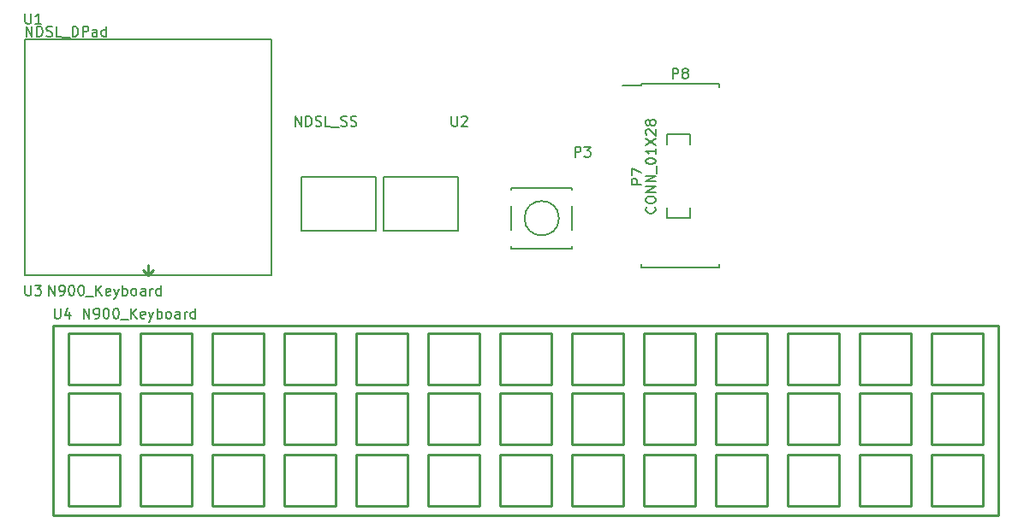
<source format=gbr>
G04 #@! TF.FileFunction,Legend,Top*
%FSLAX46Y46*%
G04 Gerber Fmt 4.6, Leading zero omitted, Abs format (unit mm)*
G04 Created by KiCad (PCBNEW 4.0.5+dfsg1-4) date Thu Oct 18 11:42:42 2018*
%MOMM*%
%LPD*%
G01*
G04 APERTURE LIST*
%ADD10C,0.100000*%
%ADD11C,0.250000*%
%ADD12C,0.150000*%
G04 APERTURE END LIST*
D10*
D11*
X68580000Y-130556000D02*
X68580000Y-131572000D01*
X68580000Y-131572000D02*
X69088000Y-131064000D01*
X69088000Y-131064000D02*
X68580000Y-131572000D01*
X68580000Y-131572000D02*
X68072000Y-131064000D01*
D12*
X56388000Y-108204000D02*
X80772000Y-108204000D01*
X80772000Y-108204000D02*
X80772000Y-131572000D01*
X80772000Y-131572000D02*
X56388000Y-131572000D01*
X56388000Y-108204000D02*
X56388000Y-131572000D01*
X91059000Y-121793000D02*
X91059000Y-127127000D01*
X83693000Y-121793000D02*
X91059000Y-121793000D01*
X83693000Y-127127000D02*
X83693000Y-121793000D01*
X91059000Y-127127000D02*
X83693000Y-127127000D01*
X99187000Y-127127000D02*
X91821000Y-127127000D01*
X91821000Y-127127000D02*
X91821000Y-121793000D01*
X91821000Y-121793000D02*
X99187000Y-121793000D01*
X99187000Y-121793000D02*
X99187000Y-127127000D01*
X110470000Y-122902000D02*
X110470000Y-123102000D01*
X110470000Y-128902000D02*
X110470000Y-128702000D01*
X104470000Y-128902000D02*
X104470000Y-128702000D01*
X104470000Y-122902000D02*
X104470000Y-123102000D01*
X104470000Y-124702000D02*
X104470000Y-127102000D01*
X110470000Y-124702000D02*
X110470000Y-127102000D01*
X110470000Y-122902000D02*
X104470000Y-122902000D01*
X104470000Y-128902000D02*
X110470000Y-128902000D01*
X109170000Y-125902000D02*
G75*
G03X109170000Y-125902000I-1700000J0D01*
G01*
X117283000Y-112541000D02*
X117283000Y-112791000D01*
X125033000Y-112541000D02*
X125033000Y-112886000D01*
X125033000Y-130791000D02*
X125033000Y-130446000D01*
X117283000Y-130791000D02*
X117283000Y-130446000D01*
X117283000Y-112541000D02*
X125033000Y-112541000D01*
X117283000Y-130791000D02*
X125033000Y-130791000D01*
X117283000Y-112791000D02*
X115458000Y-112791000D01*
X119888000Y-118618000D02*
X119888000Y-117602000D01*
X119888000Y-117602000D02*
X122174000Y-117602000D01*
X122174000Y-117602000D02*
X122174000Y-118618000D01*
X119888000Y-124841000D02*
X119888000Y-125857000D01*
X119888000Y-125857000D02*
X122174000Y-125857000D01*
X122174000Y-125857000D02*
X122174000Y-124841000D01*
D11*
X59182000Y-136525000D02*
X59182000Y-155321000D01*
X59182000Y-155321000D02*
X152654000Y-155321000D01*
X152654000Y-155321000D02*
X152654000Y-136525000D01*
X152654000Y-136525000D02*
X59182000Y-136525000D01*
X117602000Y-149352000D02*
X122682000Y-149352000D01*
X117602000Y-154432000D02*
X117602000Y-149352000D01*
X122682000Y-154432000D02*
X122682000Y-149352000D01*
X117602000Y-154432000D02*
X122682000Y-154432000D01*
X146050000Y-154432000D02*
X151130000Y-154432000D01*
X151130000Y-154432000D02*
X151130000Y-149352000D01*
X146050000Y-154432000D02*
X146050000Y-149352000D01*
X146050000Y-149352000D02*
X151130000Y-149352000D01*
X131826000Y-154432000D02*
X136906000Y-154432000D01*
X136906000Y-154432000D02*
X136906000Y-149352000D01*
X131826000Y-154432000D02*
X131826000Y-149352000D01*
X131826000Y-149352000D02*
X136906000Y-149352000D01*
X138938000Y-149352000D02*
X144018000Y-149352000D01*
X138938000Y-154432000D02*
X138938000Y-149352000D01*
X144018000Y-154432000D02*
X144018000Y-149352000D01*
X138938000Y-154432000D02*
X144018000Y-154432000D01*
X124714000Y-154432000D02*
X129794000Y-154432000D01*
X129794000Y-154432000D02*
X129794000Y-149352000D01*
X124714000Y-154432000D02*
X124714000Y-149352000D01*
X124714000Y-149352000D02*
X129794000Y-149352000D01*
X89154000Y-149352000D02*
X94234000Y-149352000D01*
X89154000Y-154432000D02*
X89154000Y-149352000D01*
X94234000Y-154432000D02*
X94234000Y-149352000D01*
X89154000Y-154432000D02*
X94234000Y-154432000D01*
X103378000Y-154432000D02*
X108458000Y-154432000D01*
X108458000Y-154432000D02*
X108458000Y-149352000D01*
X103378000Y-154432000D02*
X103378000Y-149352000D01*
X103378000Y-149352000D02*
X108458000Y-149352000D01*
X96266000Y-149352000D02*
X101346000Y-149352000D01*
X96266000Y-154432000D02*
X96266000Y-149352000D01*
X101346000Y-154432000D02*
X101346000Y-149352000D01*
X96266000Y-154432000D02*
X101346000Y-154432000D01*
X110490000Y-149352000D02*
X115570000Y-149352000D01*
X110490000Y-154432000D02*
X110490000Y-149352000D01*
X115570000Y-154432000D02*
X115570000Y-149352000D01*
X110490000Y-154432000D02*
X115570000Y-154432000D01*
X82042000Y-154432000D02*
X87122000Y-154432000D01*
X87122000Y-154432000D02*
X87122000Y-149352000D01*
X82042000Y-154432000D02*
X82042000Y-149352000D01*
X82042000Y-149352000D02*
X87122000Y-149352000D01*
X67818000Y-154432000D02*
X72898000Y-154432000D01*
X72898000Y-154432000D02*
X72898000Y-149352000D01*
X67818000Y-154432000D02*
X67818000Y-149352000D01*
X67818000Y-149352000D02*
X72898000Y-149352000D01*
X74930000Y-149352000D02*
X80010000Y-149352000D01*
X74930000Y-154432000D02*
X74930000Y-149352000D01*
X80010000Y-154432000D02*
X80010000Y-149352000D01*
X74930000Y-154432000D02*
X80010000Y-154432000D01*
X60706000Y-154432000D02*
X65786000Y-154432000D01*
X65786000Y-154432000D02*
X65786000Y-149352000D01*
X60706000Y-154432000D02*
X60706000Y-149352000D01*
X60706000Y-149352000D02*
X65786000Y-149352000D01*
X60706000Y-143256000D02*
X65786000Y-143256000D01*
X60706000Y-148336000D02*
X60706000Y-143256000D01*
X65786000Y-148336000D02*
X65786000Y-143256000D01*
X60706000Y-148336000D02*
X65786000Y-148336000D01*
X74930000Y-148336000D02*
X80010000Y-148336000D01*
X80010000Y-148336000D02*
X80010000Y-143256000D01*
X74930000Y-148336000D02*
X74930000Y-143256000D01*
X74930000Y-143256000D02*
X80010000Y-143256000D01*
X67818000Y-143256000D02*
X72898000Y-143256000D01*
X67818000Y-148336000D02*
X67818000Y-143256000D01*
X72898000Y-148336000D02*
X72898000Y-143256000D01*
X67818000Y-148336000D02*
X72898000Y-148336000D01*
X82042000Y-143256000D02*
X87122000Y-143256000D01*
X82042000Y-148336000D02*
X82042000Y-143256000D01*
X87122000Y-148336000D02*
X87122000Y-143256000D01*
X82042000Y-148336000D02*
X87122000Y-148336000D01*
X110490000Y-148336000D02*
X115570000Y-148336000D01*
X115570000Y-148336000D02*
X115570000Y-143256000D01*
X110490000Y-148336000D02*
X110490000Y-143256000D01*
X110490000Y-143256000D02*
X115570000Y-143256000D01*
X96266000Y-148336000D02*
X101346000Y-148336000D01*
X101346000Y-148336000D02*
X101346000Y-143256000D01*
X96266000Y-148336000D02*
X96266000Y-143256000D01*
X96266000Y-143256000D02*
X101346000Y-143256000D01*
X103378000Y-143256000D02*
X108458000Y-143256000D01*
X103378000Y-148336000D02*
X103378000Y-143256000D01*
X108458000Y-148336000D02*
X108458000Y-143256000D01*
X103378000Y-148336000D02*
X108458000Y-148336000D01*
X89154000Y-148336000D02*
X94234000Y-148336000D01*
X94234000Y-148336000D02*
X94234000Y-143256000D01*
X89154000Y-148336000D02*
X89154000Y-143256000D01*
X89154000Y-143256000D02*
X94234000Y-143256000D01*
X124714000Y-143256000D02*
X129794000Y-143256000D01*
X124714000Y-148336000D02*
X124714000Y-143256000D01*
X129794000Y-148336000D02*
X129794000Y-143256000D01*
X124714000Y-148336000D02*
X129794000Y-148336000D01*
X138938000Y-148336000D02*
X144018000Y-148336000D01*
X144018000Y-148336000D02*
X144018000Y-143256000D01*
X138938000Y-148336000D02*
X138938000Y-143256000D01*
X138938000Y-143256000D02*
X144018000Y-143256000D01*
X131826000Y-143256000D02*
X136906000Y-143256000D01*
X131826000Y-148336000D02*
X131826000Y-143256000D01*
X136906000Y-148336000D02*
X136906000Y-143256000D01*
X131826000Y-148336000D02*
X136906000Y-148336000D01*
X146050000Y-143256000D02*
X151130000Y-143256000D01*
X146050000Y-148336000D02*
X146050000Y-143256000D01*
X151130000Y-148336000D02*
X151130000Y-143256000D01*
X146050000Y-148336000D02*
X151130000Y-148336000D01*
X117602000Y-148336000D02*
X122682000Y-148336000D01*
X122682000Y-148336000D02*
X122682000Y-143256000D01*
X117602000Y-148336000D02*
X117602000Y-143256000D01*
X117602000Y-143256000D02*
X122682000Y-143256000D01*
X117602000Y-137287000D02*
X122682000Y-137287000D01*
X117602000Y-142367000D02*
X117602000Y-137287000D01*
X122682000Y-142367000D02*
X122682000Y-137287000D01*
X117602000Y-142367000D02*
X122682000Y-142367000D01*
X146050000Y-142367000D02*
X151130000Y-142367000D01*
X151130000Y-142367000D02*
X151130000Y-137287000D01*
X146050000Y-142367000D02*
X146050000Y-137287000D01*
X146050000Y-137287000D02*
X151130000Y-137287000D01*
X131826000Y-142367000D02*
X136906000Y-142367000D01*
X136906000Y-142367000D02*
X136906000Y-137287000D01*
X131826000Y-142367000D02*
X131826000Y-137287000D01*
X131826000Y-137287000D02*
X136906000Y-137287000D01*
X138938000Y-137287000D02*
X144018000Y-137287000D01*
X138938000Y-142367000D02*
X138938000Y-137287000D01*
X144018000Y-142367000D02*
X144018000Y-137287000D01*
X138938000Y-142367000D02*
X144018000Y-142367000D01*
X124714000Y-142367000D02*
X129794000Y-142367000D01*
X129794000Y-142367000D02*
X129794000Y-137287000D01*
X124714000Y-142367000D02*
X124714000Y-137287000D01*
X124714000Y-137287000D02*
X129794000Y-137287000D01*
X89154000Y-137287000D02*
X94234000Y-137287000D01*
X89154000Y-142367000D02*
X89154000Y-137287000D01*
X94234000Y-142367000D02*
X94234000Y-137287000D01*
X89154000Y-142367000D02*
X94234000Y-142367000D01*
X103378000Y-142367000D02*
X108458000Y-142367000D01*
X108458000Y-142367000D02*
X108458000Y-137287000D01*
X103378000Y-142367000D02*
X103378000Y-137287000D01*
X103378000Y-137287000D02*
X108458000Y-137287000D01*
X96266000Y-137287000D02*
X101346000Y-137287000D01*
X96266000Y-142367000D02*
X96266000Y-137287000D01*
X101346000Y-142367000D02*
X101346000Y-137287000D01*
X96266000Y-142367000D02*
X101346000Y-142367000D01*
X110490000Y-137287000D02*
X115570000Y-137287000D01*
X110490000Y-142367000D02*
X110490000Y-137287000D01*
X115570000Y-142367000D02*
X115570000Y-137287000D01*
X110490000Y-142367000D02*
X115570000Y-142367000D01*
X82042000Y-142367000D02*
X87122000Y-142367000D01*
X87122000Y-142367000D02*
X87122000Y-137287000D01*
X82042000Y-142367000D02*
X82042000Y-137287000D01*
X82042000Y-137287000D02*
X87122000Y-137287000D01*
X67818000Y-142367000D02*
X72898000Y-142367000D01*
X72898000Y-142367000D02*
X72898000Y-137287000D01*
X67818000Y-142367000D02*
X67818000Y-137287000D01*
X67818000Y-137287000D02*
X72898000Y-137287000D01*
X74930000Y-137287000D02*
X80010000Y-137287000D01*
X74930000Y-142367000D02*
X74930000Y-137287000D01*
X80010000Y-142367000D02*
X80010000Y-137287000D01*
X74930000Y-142367000D02*
X80010000Y-142367000D01*
X60706000Y-142367000D02*
X65786000Y-142367000D01*
X65786000Y-142367000D02*
X65786000Y-137287000D01*
X60706000Y-142367000D02*
X60706000Y-137287000D01*
X60706000Y-137287000D02*
X65786000Y-137287000D01*
X59182000Y-136525000D02*
X59182000Y-155321000D01*
X59182000Y-155321000D02*
X152654000Y-155321000D01*
X152654000Y-155321000D02*
X152654000Y-136525000D01*
X152654000Y-136525000D02*
X59182000Y-136525000D01*
X117602000Y-149352000D02*
X122682000Y-149352000D01*
X117602000Y-154432000D02*
X117602000Y-149352000D01*
X122682000Y-154432000D02*
X122682000Y-149352000D01*
X117602000Y-154432000D02*
X122682000Y-154432000D01*
X146050000Y-154432000D02*
X151130000Y-154432000D01*
X151130000Y-154432000D02*
X151130000Y-149352000D01*
X146050000Y-154432000D02*
X146050000Y-149352000D01*
X146050000Y-149352000D02*
X151130000Y-149352000D01*
X131826000Y-154432000D02*
X136906000Y-154432000D01*
X136906000Y-154432000D02*
X136906000Y-149352000D01*
X131826000Y-154432000D02*
X131826000Y-149352000D01*
X131826000Y-149352000D02*
X136906000Y-149352000D01*
X138938000Y-149352000D02*
X144018000Y-149352000D01*
X138938000Y-154432000D02*
X138938000Y-149352000D01*
X144018000Y-154432000D02*
X144018000Y-149352000D01*
X138938000Y-154432000D02*
X144018000Y-154432000D01*
X124714000Y-154432000D02*
X129794000Y-154432000D01*
X129794000Y-154432000D02*
X129794000Y-149352000D01*
X124714000Y-154432000D02*
X124714000Y-149352000D01*
X124714000Y-149352000D02*
X129794000Y-149352000D01*
X89154000Y-149352000D02*
X94234000Y-149352000D01*
X89154000Y-154432000D02*
X89154000Y-149352000D01*
X94234000Y-154432000D02*
X94234000Y-149352000D01*
X89154000Y-154432000D02*
X94234000Y-154432000D01*
X103378000Y-154432000D02*
X108458000Y-154432000D01*
X108458000Y-154432000D02*
X108458000Y-149352000D01*
X103378000Y-154432000D02*
X103378000Y-149352000D01*
X103378000Y-149352000D02*
X108458000Y-149352000D01*
X96266000Y-149352000D02*
X101346000Y-149352000D01*
X96266000Y-154432000D02*
X96266000Y-149352000D01*
X101346000Y-154432000D02*
X101346000Y-149352000D01*
X96266000Y-154432000D02*
X101346000Y-154432000D01*
X110490000Y-149352000D02*
X115570000Y-149352000D01*
X110490000Y-154432000D02*
X110490000Y-149352000D01*
X115570000Y-154432000D02*
X115570000Y-149352000D01*
X110490000Y-154432000D02*
X115570000Y-154432000D01*
X82042000Y-154432000D02*
X87122000Y-154432000D01*
X87122000Y-154432000D02*
X87122000Y-149352000D01*
X82042000Y-154432000D02*
X82042000Y-149352000D01*
X82042000Y-149352000D02*
X87122000Y-149352000D01*
X67818000Y-154432000D02*
X72898000Y-154432000D01*
X72898000Y-154432000D02*
X72898000Y-149352000D01*
X67818000Y-154432000D02*
X67818000Y-149352000D01*
X67818000Y-149352000D02*
X72898000Y-149352000D01*
X74930000Y-149352000D02*
X80010000Y-149352000D01*
X74930000Y-154432000D02*
X74930000Y-149352000D01*
X80010000Y-154432000D02*
X80010000Y-149352000D01*
X74930000Y-154432000D02*
X80010000Y-154432000D01*
X60706000Y-154432000D02*
X65786000Y-154432000D01*
X65786000Y-154432000D02*
X65786000Y-149352000D01*
X60706000Y-154432000D02*
X60706000Y-149352000D01*
X60706000Y-149352000D02*
X65786000Y-149352000D01*
X60706000Y-143256000D02*
X65786000Y-143256000D01*
X60706000Y-148336000D02*
X60706000Y-143256000D01*
X65786000Y-148336000D02*
X65786000Y-143256000D01*
X60706000Y-148336000D02*
X65786000Y-148336000D01*
X74930000Y-148336000D02*
X80010000Y-148336000D01*
X80010000Y-148336000D02*
X80010000Y-143256000D01*
X74930000Y-148336000D02*
X74930000Y-143256000D01*
X74930000Y-143256000D02*
X80010000Y-143256000D01*
X67818000Y-143256000D02*
X72898000Y-143256000D01*
X67818000Y-148336000D02*
X67818000Y-143256000D01*
X72898000Y-148336000D02*
X72898000Y-143256000D01*
X67818000Y-148336000D02*
X72898000Y-148336000D01*
X82042000Y-143256000D02*
X87122000Y-143256000D01*
X82042000Y-148336000D02*
X82042000Y-143256000D01*
X87122000Y-148336000D02*
X87122000Y-143256000D01*
X82042000Y-148336000D02*
X87122000Y-148336000D01*
X110490000Y-148336000D02*
X115570000Y-148336000D01*
X115570000Y-148336000D02*
X115570000Y-143256000D01*
X110490000Y-148336000D02*
X110490000Y-143256000D01*
X110490000Y-143256000D02*
X115570000Y-143256000D01*
X96266000Y-148336000D02*
X101346000Y-148336000D01*
X101346000Y-148336000D02*
X101346000Y-143256000D01*
X96266000Y-148336000D02*
X96266000Y-143256000D01*
X96266000Y-143256000D02*
X101346000Y-143256000D01*
X103378000Y-143256000D02*
X108458000Y-143256000D01*
X103378000Y-148336000D02*
X103378000Y-143256000D01*
X108458000Y-148336000D02*
X108458000Y-143256000D01*
X103378000Y-148336000D02*
X108458000Y-148336000D01*
X89154000Y-148336000D02*
X94234000Y-148336000D01*
X94234000Y-148336000D02*
X94234000Y-143256000D01*
X89154000Y-148336000D02*
X89154000Y-143256000D01*
X89154000Y-143256000D02*
X94234000Y-143256000D01*
X124714000Y-143256000D02*
X129794000Y-143256000D01*
X124714000Y-148336000D02*
X124714000Y-143256000D01*
X129794000Y-148336000D02*
X129794000Y-143256000D01*
X124714000Y-148336000D02*
X129794000Y-148336000D01*
X138938000Y-148336000D02*
X144018000Y-148336000D01*
X144018000Y-148336000D02*
X144018000Y-143256000D01*
X138938000Y-148336000D02*
X138938000Y-143256000D01*
X138938000Y-143256000D02*
X144018000Y-143256000D01*
X131826000Y-143256000D02*
X136906000Y-143256000D01*
X131826000Y-148336000D02*
X131826000Y-143256000D01*
X136906000Y-148336000D02*
X136906000Y-143256000D01*
X131826000Y-148336000D02*
X136906000Y-148336000D01*
X146050000Y-143256000D02*
X151130000Y-143256000D01*
X146050000Y-148336000D02*
X146050000Y-143256000D01*
X151130000Y-148336000D02*
X151130000Y-143256000D01*
X146050000Y-148336000D02*
X151130000Y-148336000D01*
X117602000Y-148336000D02*
X122682000Y-148336000D01*
X122682000Y-148336000D02*
X122682000Y-143256000D01*
X117602000Y-148336000D02*
X117602000Y-143256000D01*
X117602000Y-143256000D02*
X122682000Y-143256000D01*
X117602000Y-137287000D02*
X122682000Y-137287000D01*
X117602000Y-142367000D02*
X117602000Y-137287000D01*
X122682000Y-142367000D02*
X122682000Y-137287000D01*
X117602000Y-142367000D02*
X122682000Y-142367000D01*
X146050000Y-142367000D02*
X151130000Y-142367000D01*
X151130000Y-142367000D02*
X151130000Y-137287000D01*
X146050000Y-142367000D02*
X146050000Y-137287000D01*
X146050000Y-137287000D02*
X151130000Y-137287000D01*
X131826000Y-142367000D02*
X136906000Y-142367000D01*
X136906000Y-142367000D02*
X136906000Y-137287000D01*
X131826000Y-142367000D02*
X131826000Y-137287000D01*
X131826000Y-137287000D02*
X136906000Y-137287000D01*
X138938000Y-137287000D02*
X144018000Y-137287000D01*
X138938000Y-142367000D02*
X138938000Y-137287000D01*
X144018000Y-142367000D02*
X144018000Y-137287000D01*
X138938000Y-142367000D02*
X144018000Y-142367000D01*
X124714000Y-142367000D02*
X129794000Y-142367000D01*
X129794000Y-142367000D02*
X129794000Y-137287000D01*
X124714000Y-142367000D02*
X124714000Y-137287000D01*
X124714000Y-137287000D02*
X129794000Y-137287000D01*
X89154000Y-137287000D02*
X94234000Y-137287000D01*
X89154000Y-142367000D02*
X89154000Y-137287000D01*
X94234000Y-142367000D02*
X94234000Y-137287000D01*
X89154000Y-142367000D02*
X94234000Y-142367000D01*
X103378000Y-142367000D02*
X108458000Y-142367000D01*
X108458000Y-142367000D02*
X108458000Y-137287000D01*
X103378000Y-142367000D02*
X103378000Y-137287000D01*
X103378000Y-137287000D02*
X108458000Y-137287000D01*
X96266000Y-137287000D02*
X101346000Y-137287000D01*
X96266000Y-142367000D02*
X96266000Y-137287000D01*
X101346000Y-142367000D02*
X101346000Y-137287000D01*
X96266000Y-142367000D02*
X101346000Y-142367000D01*
X110490000Y-137287000D02*
X115570000Y-137287000D01*
X110490000Y-142367000D02*
X110490000Y-137287000D01*
X115570000Y-142367000D02*
X115570000Y-137287000D01*
X110490000Y-142367000D02*
X115570000Y-142367000D01*
X82042000Y-142367000D02*
X87122000Y-142367000D01*
X87122000Y-142367000D02*
X87122000Y-137287000D01*
X82042000Y-142367000D02*
X82042000Y-137287000D01*
X82042000Y-137287000D02*
X87122000Y-137287000D01*
X67818000Y-142367000D02*
X72898000Y-142367000D01*
X72898000Y-142367000D02*
X72898000Y-137287000D01*
X67818000Y-142367000D02*
X67818000Y-137287000D01*
X67818000Y-137287000D02*
X72898000Y-137287000D01*
X74930000Y-137287000D02*
X80010000Y-137287000D01*
X74930000Y-142367000D02*
X74930000Y-137287000D01*
X80010000Y-142367000D02*
X80010000Y-137287000D01*
X74930000Y-142367000D02*
X80010000Y-142367000D01*
X60706000Y-142367000D02*
X65786000Y-142367000D01*
X65786000Y-142367000D02*
X65786000Y-137287000D01*
X60706000Y-142367000D02*
X60706000Y-137287000D01*
X60706000Y-137287000D02*
X65786000Y-137287000D01*
D12*
X56388095Y-105624381D02*
X56388095Y-106433905D01*
X56435714Y-106529143D01*
X56483333Y-106576762D01*
X56578571Y-106624381D01*
X56769048Y-106624381D01*
X56864286Y-106576762D01*
X56911905Y-106529143D01*
X56959524Y-106433905D01*
X56959524Y-105624381D01*
X57959524Y-106624381D02*
X57388095Y-106624381D01*
X57673809Y-106624381D02*
X57673809Y-105624381D01*
X57578571Y-105767238D01*
X57483333Y-105862476D01*
X57388095Y-105910095D01*
X56499619Y-107894381D02*
X56499619Y-106894381D01*
X57071048Y-107894381D01*
X57071048Y-106894381D01*
X57547238Y-107894381D02*
X57547238Y-106894381D01*
X57785333Y-106894381D01*
X57928191Y-106942000D01*
X58023429Y-107037238D01*
X58071048Y-107132476D01*
X58118667Y-107322952D01*
X58118667Y-107465810D01*
X58071048Y-107656286D01*
X58023429Y-107751524D01*
X57928191Y-107846762D01*
X57785333Y-107894381D01*
X57547238Y-107894381D01*
X58499619Y-107846762D02*
X58642476Y-107894381D01*
X58880572Y-107894381D01*
X58975810Y-107846762D01*
X59023429Y-107799143D01*
X59071048Y-107703905D01*
X59071048Y-107608667D01*
X59023429Y-107513429D01*
X58975810Y-107465810D01*
X58880572Y-107418190D01*
X58690095Y-107370571D01*
X58594857Y-107322952D01*
X58547238Y-107275333D01*
X58499619Y-107180095D01*
X58499619Y-107084857D01*
X58547238Y-106989619D01*
X58594857Y-106942000D01*
X58690095Y-106894381D01*
X58928191Y-106894381D01*
X59071048Y-106942000D01*
X59975810Y-107894381D02*
X59499619Y-107894381D01*
X59499619Y-106894381D01*
X60071048Y-107989619D02*
X60832953Y-107989619D01*
X61071048Y-107894381D02*
X61071048Y-106894381D01*
X61309143Y-106894381D01*
X61452001Y-106942000D01*
X61547239Y-107037238D01*
X61594858Y-107132476D01*
X61642477Y-107322952D01*
X61642477Y-107465810D01*
X61594858Y-107656286D01*
X61547239Y-107751524D01*
X61452001Y-107846762D01*
X61309143Y-107894381D01*
X61071048Y-107894381D01*
X62071048Y-107894381D02*
X62071048Y-106894381D01*
X62452001Y-106894381D01*
X62547239Y-106942000D01*
X62594858Y-106989619D01*
X62642477Y-107084857D01*
X62642477Y-107227714D01*
X62594858Y-107322952D01*
X62547239Y-107370571D01*
X62452001Y-107418190D01*
X62071048Y-107418190D01*
X63499620Y-107894381D02*
X63499620Y-107370571D01*
X63452001Y-107275333D01*
X63356763Y-107227714D01*
X63166286Y-107227714D01*
X63071048Y-107275333D01*
X63499620Y-107846762D02*
X63404382Y-107894381D01*
X63166286Y-107894381D01*
X63071048Y-107846762D01*
X63023429Y-107751524D01*
X63023429Y-107656286D01*
X63071048Y-107561048D01*
X63166286Y-107513429D01*
X63404382Y-107513429D01*
X63499620Y-107465810D01*
X64404382Y-107894381D02*
X64404382Y-106894381D01*
X64404382Y-107846762D02*
X64309144Y-107894381D01*
X64118667Y-107894381D01*
X64023429Y-107846762D01*
X63975810Y-107799143D01*
X63928191Y-107703905D01*
X63928191Y-107418190D01*
X63975810Y-107322952D01*
X64023429Y-107275333D01*
X64118667Y-107227714D01*
X64309144Y-107227714D01*
X64404382Y-107275333D01*
X98552095Y-115784381D02*
X98552095Y-116593905D01*
X98599714Y-116689143D01*
X98647333Y-116736762D01*
X98742571Y-116784381D01*
X98933048Y-116784381D01*
X99028286Y-116736762D01*
X99075905Y-116689143D01*
X99123524Y-116593905D01*
X99123524Y-115784381D01*
X99552095Y-115879619D02*
X99599714Y-115832000D01*
X99694952Y-115784381D01*
X99933048Y-115784381D01*
X100028286Y-115832000D01*
X100075905Y-115879619D01*
X100123524Y-115974857D01*
X100123524Y-116070095D01*
X100075905Y-116212952D01*
X99504476Y-116784381D01*
X100123524Y-116784381D01*
X83106000Y-116784381D02*
X83106000Y-115784381D01*
X83677429Y-116784381D01*
X83677429Y-115784381D01*
X84153619Y-116784381D02*
X84153619Y-115784381D01*
X84391714Y-115784381D01*
X84534572Y-115832000D01*
X84629810Y-115927238D01*
X84677429Y-116022476D01*
X84725048Y-116212952D01*
X84725048Y-116355810D01*
X84677429Y-116546286D01*
X84629810Y-116641524D01*
X84534572Y-116736762D01*
X84391714Y-116784381D01*
X84153619Y-116784381D01*
X85106000Y-116736762D02*
X85248857Y-116784381D01*
X85486953Y-116784381D01*
X85582191Y-116736762D01*
X85629810Y-116689143D01*
X85677429Y-116593905D01*
X85677429Y-116498667D01*
X85629810Y-116403429D01*
X85582191Y-116355810D01*
X85486953Y-116308190D01*
X85296476Y-116260571D01*
X85201238Y-116212952D01*
X85153619Y-116165333D01*
X85106000Y-116070095D01*
X85106000Y-115974857D01*
X85153619Y-115879619D01*
X85201238Y-115832000D01*
X85296476Y-115784381D01*
X85534572Y-115784381D01*
X85677429Y-115832000D01*
X86582191Y-116784381D02*
X86106000Y-116784381D01*
X86106000Y-115784381D01*
X86677429Y-116879619D02*
X87439334Y-116879619D01*
X87629810Y-116736762D02*
X87772667Y-116784381D01*
X88010763Y-116784381D01*
X88106001Y-116736762D01*
X88153620Y-116689143D01*
X88201239Y-116593905D01*
X88201239Y-116498667D01*
X88153620Y-116403429D01*
X88106001Y-116355810D01*
X88010763Y-116308190D01*
X87820286Y-116260571D01*
X87725048Y-116212952D01*
X87677429Y-116165333D01*
X87629810Y-116070095D01*
X87629810Y-115974857D01*
X87677429Y-115879619D01*
X87725048Y-115832000D01*
X87820286Y-115784381D01*
X88058382Y-115784381D01*
X88201239Y-115832000D01*
X88582191Y-116736762D02*
X88725048Y-116784381D01*
X88963144Y-116784381D01*
X89058382Y-116736762D01*
X89106001Y-116689143D01*
X89153620Y-116593905D01*
X89153620Y-116498667D01*
X89106001Y-116403429D01*
X89058382Y-116355810D01*
X88963144Y-116308190D01*
X88772667Y-116260571D01*
X88677429Y-116212952D01*
X88629810Y-116165333D01*
X88582191Y-116070095D01*
X88582191Y-115974857D01*
X88629810Y-115879619D01*
X88677429Y-115832000D01*
X88772667Y-115784381D01*
X89010763Y-115784381D01*
X89153620Y-115832000D01*
X110767905Y-119832381D02*
X110767905Y-118832381D01*
X111148858Y-118832381D01*
X111244096Y-118880000D01*
X111291715Y-118927619D01*
X111339334Y-119022857D01*
X111339334Y-119165714D01*
X111291715Y-119260952D01*
X111244096Y-119308571D01*
X111148858Y-119356190D01*
X110767905Y-119356190D01*
X111672667Y-118832381D02*
X112291715Y-118832381D01*
X111958381Y-119213333D01*
X112101239Y-119213333D01*
X112196477Y-119260952D01*
X112244096Y-119308571D01*
X112291715Y-119403810D01*
X112291715Y-119641905D01*
X112244096Y-119737143D01*
X112196477Y-119784762D01*
X112101239Y-119832381D01*
X111815524Y-119832381D01*
X111720286Y-119784762D01*
X111672667Y-119737143D01*
X120419905Y-112068381D02*
X120419905Y-111068381D01*
X120800858Y-111068381D01*
X120896096Y-111116000D01*
X120943715Y-111163619D01*
X120991334Y-111258857D01*
X120991334Y-111401714D01*
X120943715Y-111496952D01*
X120896096Y-111544571D01*
X120800858Y-111592190D01*
X120419905Y-111592190D01*
X121562762Y-111496952D02*
X121467524Y-111449333D01*
X121419905Y-111401714D01*
X121372286Y-111306476D01*
X121372286Y-111258857D01*
X121419905Y-111163619D01*
X121467524Y-111116000D01*
X121562762Y-111068381D01*
X121753239Y-111068381D01*
X121848477Y-111116000D01*
X121896096Y-111163619D01*
X121943715Y-111258857D01*
X121943715Y-111306476D01*
X121896096Y-111401714D01*
X121848477Y-111449333D01*
X121753239Y-111496952D01*
X121562762Y-111496952D01*
X121467524Y-111544571D01*
X121419905Y-111592190D01*
X121372286Y-111687429D01*
X121372286Y-111877905D01*
X121419905Y-111973143D01*
X121467524Y-112020762D01*
X121562762Y-112068381D01*
X121753239Y-112068381D01*
X121848477Y-112020762D01*
X121896096Y-111973143D01*
X121943715Y-111877905D01*
X121943715Y-111687429D01*
X121896096Y-111592190D01*
X121848477Y-111544571D01*
X121753239Y-111496952D01*
X117355881Y-122531095D02*
X116355881Y-122531095D01*
X116355881Y-122150142D01*
X116403500Y-122054904D01*
X116451119Y-122007285D01*
X116546357Y-121959666D01*
X116689214Y-121959666D01*
X116784452Y-122007285D01*
X116832071Y-122054904D01*
X116879690Y-122150142D01*
X116879690Y-122531095D01*
X116355881Y-121626333D02*
X116355881Y-120959666D01*
X117355881Y-121388238D01*
X118657643Y-124800809D02*
X118705262Y-124848428D01*
X118752881Y-124991285D01*
X118752881Y-125086523D01*
X118705262Y-125229381D01*
X118610024Y-125324619D01*
X118514786Y-125372238D01*
X118324310Y-125419857D01*
X118181452Y-125419857D01*
X117990976Y-125372238D01*
X117895738Y-125324619D01*
X117800500Y-125229381D01*
X117752881Y-125086523D01*
X117752881Y-124991285D01*
X117800500Y-124848428D01*
X117848119Y-124800809D01*
X117752881Y-124181762D02*
X117752881Y-123991285D01*
X117800500Y-123896047D01*
X117895738Y-123800809D01*
X118086214Y-123753190D01*
X118419548Y-123753190D01*
X118610024Y-123800809D01*
X118705262Y-123896047D01*
X118752881Y-123991285D01*
X118752881Y-124181762D01*
X118705262Y-124277000D01*
X118610024Y-124372238D01*
X118419548Y-124419857D01*
X118086214Y-124419857D01*
X117895738Y-124372238D01*
X117800500Y-124277000D01*
X117752881Y-124181762D01*
X118752881Y-123324619D02*
X117752881Y-123324619D01*
X118752881Y-122753190D01*
X117752881Y-122753190D01*
X118752881Y-122277000D02*
X117752881Y-122277000D01*
X118752881Y-121705571D01*
X117752881Y-121705571D01*
X118848119Y-121467476D02*
X118848119Y-120705571D01*
X117752881Y-120277000D02*
X117752881Y-120181761D01*
X117800500Y-120086523D01*
X117848119Y-120038904D01*
X117943357Y-119991285D01*
X118133833Y-119943666D01*
X118371929Y-119943666D01*
X118562405Y-119991285D01*
X118657643Y-120038904D01*
X118705262Y-120086523D01*
X118752881Y-120181761D01*
X118752881Y-120277000D01*
X118705262Y-120372238D01*
X118657643Y-120419857D01*
X118562405Y-120467476D01*
X118371929Y-120515095D01*
X118133833Y-120515095D01*
X117943357Y-120467476D01*
X117848119Y-120419857D01*
X117800500Y-120372238D01*
X117752881Y-120277000D01*
X118752881Y-118991285D02*
X118752881Y-119562714D01*
X118752881Y-119277000D02*
X117752881Y-119277000D01*
X117895738Y-119372238D01*
X117990976Y-119467476D01*
X118038595Y-119562714D01*
X117752881Y-118657952D02*
X118752881Y-117991285D01*
X117752881Y-117991285D02*
X118752881Y-118657952D01*
X117848119Y-117657952D02*
X117800500Y-117610333D01*
X117752881Y-117515095D01*
X117752881Y-117276999D01*
X117800500Y-117181761D01*
X117848119Y-117134142D01*
X117943357Y-117086523D01*
X118038595Y-117086523D01*
X118181452Y-117134142D01*
X118752881Y-117705571D01*
X118752881Y-117086523D01*
X118181452Y-116515095D02*
X118133833Y-116610333D01*
X118086214Y-116657952D01*
X117990976Y-116705571D01*
X117943357Y-116705571D01*
X117848119Y-116657952D01*
X117800500Y-116610333D01*
X117752881Y-116515095D01*
X117752881Y-116324618D01*
X117800500Y-116229380D01*
X117848119Y-116181761D01*
X117943357Y-116134142D01*
X117990976Y-116134142D01*
X118086214Y-116181761D01*
X118133833Y-116229380D01*
X118181452Y-116324618D01*
X118181452Y-116515095D01*
X118229071Y-116610333D01*
X118276690Y-116657952D01*
X118371929Y-116705571D01*
X118562405Y-116705571D01*
X118657643Y-116657952D01*
X118705262Y-116610333D01*
X118752881Y-116515095D01*
X118752881Y-116324618D01*
X118705262Y-116229380D01*
X118657643Y-116181761D01*
X118562405Y-116134142D01*
X118371929Y-116134142D01*
X118276690Y-116181761D01*
X118229071Y-116229380D01*
X118181452Y-116324618D01*
X56388095Y-132548381D02*
X56388095Y-133357905D01*
X56435714Y-133453143D01*
X56483333Y-133500762D01*
X56578571Y-133548381D01*
X56769048Y-133548381D01*
X56864286Y-133500762D01*
X56911905Y-133453143D01*
X56959524Y-133357905D01*
X56959524Y-132548381D01*
X57340476Y-132548381D02*
X57959524Y-132548381D01*
X57626190Y-132929333D01*
X57769048Y-132929333D01*
X57864286Y-132976952D01*
X57911905Y-133024571D01*
X57959524Y-133119810D01*
X57959524Y-133357905D01*
X57911905Y-133453143D01*
X57864286Y-133500762D01*
X57769048Y-133548381D01*
X57483333Y-133548381D01*
X57388095Y-133500762D01*
X57340476Y-133453143D01*
X58738190Y-133548381D02*
X58738190Y-132548381D01*
X59309619Y-133548381D01*
X59309619Y-132548381D01*
X59833428Y-133548381D02*
X60023904Y-133548381D01*
X60119143Y-133500762D01*
X60166762Y-133453143D01*
X60262000Y-133310286D01*
X60309619Y-133119810D01*
X60309619Y-132738857D01*
X60262000Y-132643619D01*
X60214381Y-132596000D01*
X60119143Y-132548381D01*
X59928666Y-132548381D01*
X59833428Y-132596000D01*
X59785809Y-132643619D01*
X59738190Y-132738857D01*
X59738190Y-132976952D01*
X59785809Y-133072190D01*
X59833428Y-133119810D01*
X59928666Y-133167429D01*
X60119143Y-133167429D01*
X60214381Y-133119810D01*
X60262000Y-133072190D01*
X60309619Y-132976952D01*
X60928666Y-132548381D02*
X61023905Y-132548381D01*
X61119143Y-132596000D01*
X61166762Y-132643619D01*
X61214381Y-132738857D01*
X61262000Y-132929333D01*
X61262000Y-133167429D01*
X61214381Y-133357905D01*
X61166762Y-133453143D01*
X61119143Y-133500762D01*
X61023905Y-133548381D01*
X60928666Y-133548381D01*
X60833428Y-133500762D01*
X60785809Y-133453143D01*
X60738190Y-133357905D01*
X60690571Y-133167429D01*
X60690571Y-132929333D01*
X60738190Y-132738857D01*
X60785809Y-132643619D01*
X60833428Y-132596000D01*
X60928666Y-132548381D01*
X61881047Y-132548381D02*
X61976286Y-132548381D01*
X62071524Y-132596000D01*
X62119143Y-132643619D01*
X62166762Y-132738857D01*
X62214381Y-132929333D01*
X62214381Y-133167429D01*
X62166762Y-133357905D01*
X62119143Y-133453143D01*
X62071524Y-133500762D01*
X61976286Y-133548381D01*
X61881047Y-133548381D01*
X61785809Y-133500762D01*
X61738190Y-133453143D01*
X61690571Y-133357905D01*
X61642952Y-133167429D01*
X61642952Y-132929333D01*
X61690571Y-132738857D01*
X61738190Y-132643619D01*
X61785809Y-132596000D01*
X61881047Y-132548381D01*
X62404857Y-133643619D02*
X63166762Y-133643619D01*
X63404857Y-133548381D02*
X63404857Y-132548381D01*
X63976286Y-133548381D02*
X63547714Y-132976952D01*
X63976286Y-132548381D02*
X63404857Y-133119810D01*
X64785810Y-133500762D02*
X64690572Y-133548381D01*
X64500095Y-133548381D01*
X64404857Y-133500762D01*
X64357238Y-133405524D01*
X64357238Y-133024571D01*
X64404857Y-132929333D01*
X64500095Y-132881714D01*
X64690572Y-132881714D01*
X64785810Y-132929333D01*
X64833429Y-133024571D01*
X64833429Y-133119810D01*
X64357238Y-133215048D01*
X65166762Y-132881714D02*
X65404857Y-133548381D01*
X65642953Y-132881714D02*
X65404857Y-133548381D01*
X65309619Y-133786476D01*
X65262000Y-133834095D01*
X65166762Y-133881714D01*
X66023905Y-133548381D02*
X66023905Y-132548381D01*
X66023905Y-132929333D02*
X66119143Y-132881714D01*
X66309620Y-132881714D01*
X66404858Y-132929333D01*
X66452477Y-132976952D01*
X66500096Y-133072190D01*
X66500096Y-133357905D01*
X66452477Y-133453143D01*
X66404858Y-133500762D01*
X66309620Y-133548381D01*
X66119143Y-133548381D01*
X66023905Y-133500762D01*
X67071524Y-133548381D02*
X66976286Y-133500762D01*
X66928667Y-133453143D01*
X66881048Y-133357905D01*
X66881048Y-133072190D01*
X66928667Y-132976952D01*
X66976286Y-132929333D01*
X67071524Y-132881714D01*
X67214382Y-132881714D01*
X67309620Y-132929333D01*
X67357239Y-132976952D01*
X67404858Y-133072190D01*
X67404858Y-133357905D01*
X67357239Y-133453143D01*
X67309620Y-133500762D01*
X67214382Y-133548381D01*
X67071524Y-133548381D01*
X68262001Y-133548381D02*
X68262001Y-133024571D01*
X68214382Y-132929333D01*
X68119144Y-132881714D01*
X67928667Y-132881714D01*
X67833429Y-132929333D01*
X68262001Y-133500762D02*
X68166763Y-133548381D01*
X67928667Y-133548381D01*
X67833429Y-133500762D01*
X67785810Y-133405524D01*
X67785810Y-133310286D01*
X67833429Y-133215048D01*
X67928667Y-133167429D01*
X68166763Y-133167429D01*
X68262001Y-133119810D01*
X68738191Y-133548381D02*
X68738191Y-132881714D01*
X68738191Y-133072190D02*
X68785810Y-132976952D01*
X68833429Y-132929333D01*
X68928667Y-132881714D01*
X69023906Y-132881714D01*
X69785811Y-133548381D02*
X69785811Y-132548381D01*
X69785811Y-133500762D02*
X69690573Y-133548381D01*
X69500096Y-133548381D01*
X69404858Y-133500762D01*
X69357239Y-133453143D01*
X69309620Y-133357905D01*
X69309620Y-133072190D01*
X69357239Y-132976952D01*
X69404858Y-132929333D01*
X69500096Y-132881714D01*
X69690573Y-132881714D01*
X69785811Y-132929333D01*
X59309095Y-134834381D02*
X59309095Y-135643905D01*
X59356714Y-135739143D01*
X59404333Y-135786762D01*
X59499571Y-135834381D01*
X59690048Y-135834381D01*
X59785286Y-135786762D01*
X59832905Y-135739143D01*
X59880524Y-135643905D01*
X59880524Y-134834381D01*
X60785286Y-135167714D02*
X60785286Y-135834381D01*
X60547190Y-134786762D02*
X60309095Y-135501048D01*
X60928143Y-135501048D01*
X62167190Y-135834381D02*
X62167190Y-134834381D01*
X62738619Y-135834381D01*
X62738619Y-134834381D01*
X63262428Y-135834381D02*
X63452904Y-135834381D01*
X63548143Y-135786762D01*
X63595762Y-135739143D01*
X63691000Y-135596286D01*
X63738619Y-135405810D01*
X63738619Y-135024857D01*
X63691000Y-134929619D01*
X63643381Y-134882000D01*
X63548143Y-134834381D01*
X63357666Y-134834381D01*
X63262428Y-134882000D01*
X63214809Y-134929619D01*
X63167190Y-135024857D01*
X63167190Y-135262952D01*
X63214809Y-135358190D01*
X63262428Y-135405810D01*
X63357666Y-135453429D01*
X63548143Y-135453429D01*
X63643381Y-135405810D01*
X63691000Y-135358190D01*
X63738619Y-135262952D01*
X64357666Y-134834381D02*
X64452905Y-134834381D01*
X64548143Y-134882000D01*
X64595762Y-134929619D01*
X64643381Y-135024857D01*
X64691000Y-135215333D01*
X64691000Y-135453429D01*
X64643381Y-135643905D01*
X64595762Y-135739143D01*
X64548143Y-135786762D01*
X64452905Y-135834381D01*
X64357666Y-135834381D01*
X64262428Y-135786762D01*
X64214809Y-135739143D01*
X64167190Y-135643905D01*
X64119571Y-135453429D01*
X64119571Y-135215333D01*
X64167190Y-135024857D01*
X64214809Y-134929619D01*
X64262428Y-134882000D01*
X64357666Y-134834381D01*
X65310047Y-134834381D02*
X65405286Y-134834381D01*
X65500524Y-134882000D01*
X65548143Y-134929619D01*
X65595762Y-135024857D01*
X65643381Y-135215333D01*
X65643381Y-135453429D01*
X65595762Y-135643905D01*
X65548143Y-135739143D01*
X65500524Y-135786762D01*
X65405286Y-135834381D01*
X65310047Y-135834381D01*
X65214809Y-135786762D01*
X65167190Y-135739143D01*
X65119571Y-135643905D01*
X65071952Y-135453429D01*
X65071952Y-135215333D01*
X65119571Y-135024857D01*
X65167190Y-134929619D01*
X65214809Y-134882000D01*
X65310047Y-134834381D01*
X65833857Y-135929619D02*
X66595762Y-135929619D01*
X66833857Y-135834381D02*
X66833857Y-134834381D01*
X67405286Y-135834381D02*
X66976714Y-135262952D01*
X67405286Y-134834381D02*
X66833857Y-135405810D01*
X68214810Y-135786762D02*
X68119572Y-135834381D01*
X67929095Y-135834381D01*
X67833857Y-135786762D01*
X67786238Y-135691524D01*
X67786238Y-135310571D01*
X67833857Y-135215333D01*
X67929095Y-135167714D01*
X68119572Y-135167714D01*
X68214810Y-135215333D01*
X68262429Y-135310571D01*
X68262429Y-135405810D01*
X67786238Y-135501048D01*
X68595762Y-135167714D02*
X68833857Y-135834381D01*
X69071953Y-135167714D02*
X68833857Y-135834381D01*
X68738619Y-136072476D01*
X68691000Y-136120095D01*
X68595762Y-136167714D01*
X69452905Y-135834381D02*
X69452905Y-134834381D01*
X69452905Y-135215333D02*
X69548143Y-135167714D01*
X69738620Y-135167714D01*
X69833858Y-135215333D01*
X69881477Y-135262952D01*
X69929096Y-135358190D01*
X69929096Y-135643905D01*
X69881477Y-135739143D01*
X69833858Y-135786762D01*
X69738620Y-135834381D01*
X69548143Y-135834381D01*
X69452905Y-135786762D01*
X70500524Y-135834381D02*
X70405286Y-135786762D01*
X70357667Y-135739143D01*
X70310048Y-135643905D01*
X70310048Y-135358190D01*
X70357667Y-135262952D01*
X70405286Y-135215333D01*
X70500524Y-135167714D01*
X70643382Y-135167714D01*
X70738620Y-135215333D01*
X70786239Y-135262952D01*
X70833858Y-135358190D01*
X70833858Y-135643905D01*
X70786239Y-135739143D01*
X70738620Y-135786762D01*
X70643382Y-135834381D01*
X70500524Y-135834381D01*
X71691001Y-135834381D02*
X71691001Y-135310571D01*
X71643382Y-135215333D01*
X71548144Y-135167714D01*
X71357667Y-135167714D01*
X71262429Y-135215333D01*
X71691001Y-135786762D02*
X71595763Y-135834381D01*
X71357667Y-135834381D01*
X71262429Y-135786762D01*
X71214810Y-135691524D01*
X71214810Y-135596286D01*
X71262429Y-135501048D01*
X71357667Y-135453429D01*
X71595763Y-135453429D01*
X71691001Y-135405810D01*
X72167191Y-135834381D02*
X72167191Y-135167714D01*
X72167191Y-135358190D02*
X72214810Y-135262952D01*
X72262429Y-135215333D01*
X72357667Y-135167714D01*
X72452906Y-135167714D01*
X73214811Y-135834381D02*
X73214811Y-134834381D01*
X73214811Y-135786762D02*
X73119573Y-135834381D01*
X72929096Y-135834381D01*
X72833858Y-135786762D01*
X72786239Y-135739143D01*
X72738620Y-135643905D01*
X72738620Y-135358190D01*
X72786239Y-135262952D01*
X72833858Y-135215333D01*
X72929096Y-135167714D01*
X73119573Y-135167714D01*
X73214811Y-135215333D01*
M02*

</source>
